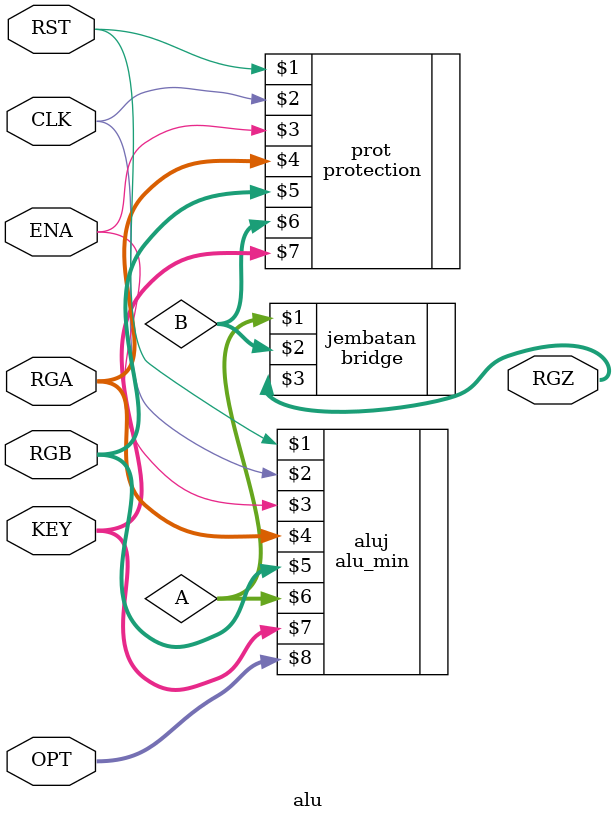
<source format=v>
`timescale 1ns / 1ps
module alu( RST, CLK, ENA, RGA, RGB, RGZ, KEY, OPT);
	input RST, CLK, ENA;
	input [3:0]OPT;
	input [7:0]RGA,RGB;
	//input [7:0]OPT,RGA,RGB;
	input [1:0]KEY;
	output [7:0]RGZ;
	wire [7:0]A,B,RGZ;
	
	alu_min aluj(RST, CLK, ENA, RGA, RGB, A, KEY, OPT);
	protection prot(RST, CLK, ENA, RGA, RGB, B, KEY);
	bridge jembatan(A, B, RGZ);
	
endmodule

</source>
